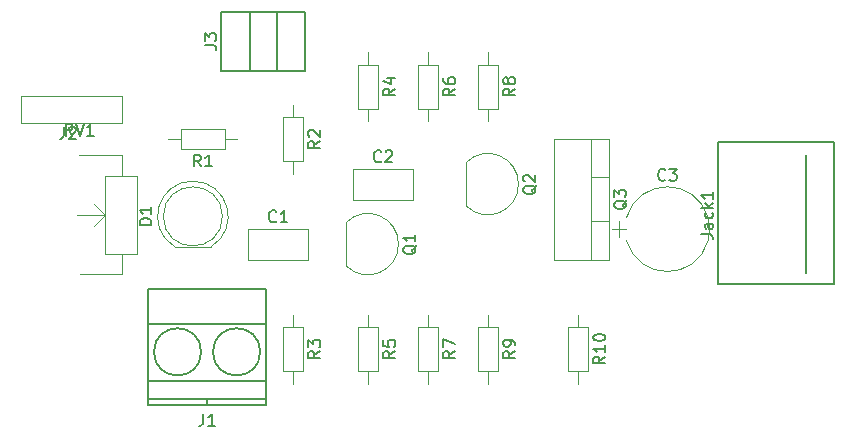
<source format=gbr>
G04 #@! TF.FileFunction,Legend,Top*
%FSLAX46Y46*%
G04 Gerber Fmt 4.6, Leading zero omitted, Abs format (unit mm)*
G04 Created by KiCad (PCBNEW 4.0.6) date 06/16/17 19:06:26*
%MOMM*%
%LPD*%
G01*
G04 APERTURE LIST*
%ADD10C,0.100000*%
%ADD11C,0.120000*%
%ADD12C,0.150000*%
G04 APERTURE END LIST*
D10*
D11*
X121250000Y-104200000D02*
X118900000Y-104200000D01*
X122700000Y-109250000D02*
X119150000Y-109250000D01*
X122700000Y-107500000D02*
X122700000Y-109250000D01*
X122700000Y-100900000D02*
X122700000Y-99150000D01*
X122700000Y-99150000D02*
X119100000Y-99150000D01*
X121300000Y-104200000D02*
X120300000Y-105150000D01*
X121300000Y-104250000D02*
X120350000Y-103250000D01*
X121300000Y-100900000D02*
X124000000Y-100900000D01*
X124000000Y-100900000D02*
X124000000Y-107500000D01*
X124000000Y-107500000D02*
X121300000Y-107500000D01*
X121300000Y-107500000D02*
X121300000Y-100900000D01*
D12*
X129900000Y-119800000D02*
X129900000Y-120300000D01*
X134400000Y-115800000D02*
G75*
G03X134400000Y-115800000I-2000000J0D01*
G01*
X129400000Y-115800000D02*
G75*
G03X129400000Y-115800000I-2000000J0D01*
G01*
X124900000Y-118300000D02*
X134900000Y-118300000D01*
X124900000Y-113400000D02*
X134900000Y-113400000D01*
X124900000Y-119800000D02*
X134900000Y-119800000D01*
X124900000Y-120300000D02*
X134900000Y-120300000D01*
X134900000Y-120300000D02*
X134900000Y-110500000D01*
X134900000Y-110500000D02*
X124900000Y-110500000D01*
X124900000Y-110500000D02*
X124900000Y-120300000D01*
D11*
X133350000Y-105370000D02*
X138470000Y-105370000D01*
X133350000Y-107990000D02*
X138470000Y-107990000D01*
X133350000Y-105370000D02*
X133350000Y-107990000D01*
X138470000Y-105370000D02*
X138470000Y-107990000D01*
X142240000Y-100290000D02*
X147360000Y-100290000D01*
X142240000Y-102910000D02*
X147360000Y-102910000D01*
X142240000Y-100290000D02*
X142240000Y-102910000D01*
X147360000Y-100290000D02*
X147360000Y-102910000D01*
X164170000Y-105410000D02*
X165370000Y-105410000D01*
X164770000Y-104760000D02*
X164770000Y-106060000D01*
X172323366Y-104429000D02*
G75*
G03X165416350Y-104430000I-3453366J-981000D01*
G01*
X172323366Y-106391000D02*
G75*
G02X165416350Y-106390000I-3453366J981000D01*
G01*
X172323366Y-106391000D02*
G75*
G03X172323650Y-104430000I-3453366J981000D01*
G01*
X128700462Y-101340000D02*
G75*
G03X127155170Y-106890000I-462J-2990000D01*
G01*
X128699538Y-101340000D02*
G75*
G02X130244830Y-106890000I462J-2990000D01*
G01*
X131200000Y-104330000D02*
G75*
G03X131200000Y-104330000I-2500000J0D01*
G01*
X127155000Y-106890000D02*
X130245000Y-106890000D01*
D10*
X122685000Y-94110000D02*
X122685000Y-96390000D01*
X114145000Y-94110000D02*
X122685000Y-94110000D01*
X114145000Y-96400000D02*
X114145000Y-94110000D01*
X122685000Y-96410000D02*
X114145000Y-96420000D01*
D12*
X138220000Y-86985000D02*
X138220000Y-92045000D01*
X135810000Y-92005000D02*
X135810000Y-86985000D01*
X133530000Y-86995000D02*
X133530000Y-92045000D01*
X131050000Y-92045000D02*
X131050000Y-88235000D01*
X138220000Y-92045000D02*
X131050000Y-92045000D01*
X131050000Y-86985000D02*
X138220000Y-86985000D01*
X131050000Y-86985000D02*
X131050000Y-90795000D01*
X180600000Y-99100000D02*
X180600000Y-109100000D01*
X173130000Y-98030000D02*
X173130000Y-110070000D01*
X173220000Y-110070000D02*
X183020000Y-110070000D01*
X182990000Y-110070000D02*
X182990000Y-98030000D01*
X183000000Y-98030000D02*
X173200000Y-98030000D01*
D11*
X141660000Y-104880000D02*
X141660000Y-108480000D01*
X141671522Y-104841522D02*
G75*
G02X146110000Y-106680000I1838478J-1838478D01*
G01*
X141671522Y-108518478D02*
G75*
G03X146110000Y-106680000I1838478J1838478D01*
G01*
X151820000Y-99800000D02*
X151820000Y-103400000D01*
X151831522Y-99761522D02*
G75*
G02X156270000Y-101600000I1838478J-1838478D01*
G01*
X151831522Y-103438478D02*
G75*
G03X156270000Y-101600000I1838478J1838478D01*
G01*
X163910000Y-97750000D02*
X163910000Y-107990000D01*
X159269000Y-97750000D02*
X159269000Y-107990000D01*
X163910000Y-97750000D02*
X159269000Y-97750000D01*
X163910000Y-107990000D02*
X159269000Y-107990000D01*
X162400000Y-97750000D02*
X162400000Y-107990000D01*
X163910000Y-101020000D02*
X162400000Y-101020000D01*
X163910000Y-104721000D02*
X162400000Y-104721000D01*
X131400000Y-98650000D02*
X131400000Y-96930000D01*
X131400000Y-96930000D02*
X127680000Y-96930000D01*
X127680000Y-96930000D02*
X127680000Y-98650000D01*
X127680000Y-98650000D02*
X131400000Y-98650000D01*
X132470000Y-97790000D02*
X131400000Y-97790000D01*
X126610000Y-97790000D02*
X127680000Y-97790000D01*
X138020000Y-95930000D02*
X136300000Y-95930000D01*
X136300000Y-95930000D02*
X136300000Y-99650000D01*
X136300000Y-99650000D02*
X138020000Y-99650000D01*
X138020000Y-99650000D02*
X138020000Y-95930000D01*
X137160000Y-94860000D02*
X137160000Y-95930000D01*
X137160000Y-100720000D02*
X137160000Y-99650000D01*
X138020000Y-113710000D02*
X136300000Y-113710000D01*
X136300000Y-113710000D02*
X136300000Y-117430000D01*
X136300000Y-117430000D02*
X138020000Y-117430000D01*
X138020000Y-117430000D02*
X138020000Y-113710000D01*
X137160000Y-112640000D02*
X137160000Y-113710000D01*
X137160000Y-118500000D02*
X137160000Y-117430000D01*
X144370000Y-91485000D02*
X142650000Y-91485000D01*
X142650000Y-91485000D02*
X142650000Y-95205000D01*
X142650000Y-95205000D02*
X144370000Y-95205000D01*
X144370000Y-95205000D02*
X144370000Y-91485000D01*
X143510000Y-90415000D02*
X143510000Y-91485000D01*
X143510000Y-96275000D02*
X143510000Y-95205000D01*
X144370000Y-113710000D02*
X142650000Y-113710000D01*
X142650000Y-113710000D02*
X142650000Y-117430000D01*
X142650000Y-117430000D02*
X144370000Y-117430000D01*
X144370000Y-117430000D02*
X144370000Y-113710000D01*
X143510000Y-112640000D02*
X143510000Y-113710000D01*
X143510000Y-118500000D02*
X143510000Y-117430000D01*
X149450000Y-91485000D02*
X147730000Y-91485000D01*
X147730000Y-91485000D02*
X147730000Y-95205000D01*
X147730000Y-95205000D02*
X149450000Y-95205000D01*
X149450000Y-95205000D02*
X149450000Y-91485000D01*
X148590000Y-90415000D02*
X148590000Y-91485000D01*
X148590000Y-96275000D02*
X148590000Y-95205000D01*
X149450000Y-113710000D02*
X147730000Y-113710000D01*
X147730000Y-113710000D02*
X147730000Y-117430000D01*
X147730000Y-117430000D02*
X149450000Y-117430000D01*
X149450000Y-117430000D02*
X149450000Y-113710000D01*
X148590000Y-112640000D02*
X148590000Y-113710000D01*
X148590000Y-118500000D02*
X148590000Y-117430000D01*
X154530000Y-91485000D02*
X152810000Y-91485000D01*
X152810000Y-91485000D02*
X152810000Y-95205000D01*
X152810000Y-95205000D02*
X154530000Y-95205000D01*
X154530000Y-95205000D02*
X154530000Y-91485000D01*
X153670000Y-90415000D02*
X153670000Y-91485000D01*
X153670000Y-96275000D02*
X153670000Y-95205000D01*
X154530000Y-113710000D02*
X152810000Y-113710000D01*
X152810000Y-113710000D02*
X152810000Y-117430000D01*
X152810000Y-117430000D02*
X154530000Y-117430000D01*
X154530000Y-117430000D02*
X154530000Y-113710000D01*
X153670000Y-112640000D02*
X153670000Y-113710000D01*
X153670000Y-118500000D02*
X153670000Y-117430000D01*
X162150000Y-113710000D02*
X160430000Y-113710000D01*
X160430000Y-113710000D02*
X160430000Y-117430000D01*
X160430000Y-117430000D02*
X162150000Y-117430000D01*
X162150000Y-117430000D02*
X162150000Y-113710000D01*
X161290000Y-112640000D02*
X161290000Y-113710000D01*
X161290000Y-118500000D02*
X161290000Y-117430000D01*
D12*
X118504762Y-97502381D02*
X118171428Y-97026190D01*
X117933333Y-97502381D02*
X117933333Y-96502381D01*
X118314286Y-96502381D01*
X118409524Y-96550000D01*
X118457143Y-96597619D01*
X118504762Y-96692857D01*
X118504762Y-96835714D01*
X118457143Y-96930952D01*
X118409524Y-96978571D01*
X118314286Y-97026190D01*
X117933333Y-97026190D01*
X118790476Y-96502381D02*
X119123809Y-97502381D01*
X119457143Y-96502381D01*
X120314286Y-97502381D02*
X119742857Y-97502381D01*
X120028571Y-97502381D02*
X120028571Y-96502381D01*
X119933333Y-96645238D01*
X119838095Y-96740476D01*
X119742857Y-96788095D01*
X129566667Y-121052381D02*
X129566667Y-121766667D01*
X129519047Y-121909524D01*
X129423809Y-122004762D01*
X129280952Y-122052381D01*
X129185714Y-122052381D01*
X130566667Y-122052381D02*
X129995238Y-122052381D01*
X130280952Y-122052381D02*
X130280952Y-121052381D01*
X130185714Y-121195238D01*
X130090476Y-121290476D01*
X129995238Y-121338095D01*
X135743334Y-104727143D02*
X135695715Y-104774762D01*
X135552858Y-104822381D01*
X135457620Y-104822381D01*
X135314762Y-104774762D01*
X135219524Y-104679524D01*
X135171905Y-104584286D01*
X135124286Y-104393810D01*
X135124286Y-104250952D01*
X135171905Y-104060476D01*
X135219524Y-103965238D01*
X135314762Y-103870000D01*
X135457620Y-103822381D01*
X135552858Y-103822381D01*
X135695715Y-103870000D01*
X135743334Y-103917619D01*
X136695715Y-104822381D02*
X136124286Y-104822381D01*
X136410000Y-104822381D02*
X136410000Y-103822381D01*
X136314762Y-103965238D01*
X136219524Y-104060476D01*
X136124286Y-104108095D01*
X144633334Y-99647143D02*
X144585715Y-99694762D01*
X144442858Y-99742381D01*
X144347620Y-99742381D01*
X144204762Y-99694762D01*
X144109524Y-99599524D01*
X144061905Y-99504286D01*
X144014286Y-99313810D01*
X144014286Y-99170952D01*
X144061905Y-98980476D01*
X144109524Y-98885238D01*
X144204762Y-98790000D01*
X144347620Y-98742381D01*
X144442858Y-98742381D01*
X144585715Y-98790000D01*
X144633334Y-98837619D01*
X145014286Y-98837619D02*
X145061905Y-98790000D01*
X145157143Y-98742381D01*
X145395239Y-98742381D01*
X145490477Y-98790000D01*
X145538096Y-98837619D01*
X145585715Y-98932857D01*
X145585715Y-99028095D01*
X145538096Y-99170952D01*
X144966667Y-99742381D01*
X145585715Y-99742381D01*
X168703334Y-101207143D02*
X168655715Y-101254762D01*
X168512858Y-101302381D01*
X168417620Y-101302381D01*
X168274762Y-101254762D01*
X168179524Y-101159524D01*
X168131905Y-101064286D01*
X168084286Y-100873810D01*
X168084286Y-100730952D01*
X168131905Y-100540476D01*
X168179524Y-100445238D01*
X168274762Y-100350000D01*
X168417620Y-100302381D01*
X168512858Y-100302381D01*
X168655715Y-100350000D01*
X168703334Y-100397619D01*
X169036667Y-100302381D02*
X169655715Y-100302381D01*
X169322381Y-100683333D01*
X169465239Y-100683333D01*
X169560477Y-100730952D01*
X169608096Y-100778571D01*
X169655715Y-100873810D01*
X169655715Y-101111905D01*
X169608096Y-101207143D01*
X169560477Y-101254762D01*
X169465239Y-101302381D01*
X169179524Y-101302381D01*
X169084286Y-101254762D01*
X169036667Y-101207143D01*
X125192381Y-105068095D02*
X124192381Y-105068095D01*
X124192381Y-104830000D01*
X124240000Y-104687142D01*
X124335238Y-104591904D01*
X124430476Y-104544285D01*
X124620952Y-104496666D01*
X124763810Y-104496666D01*
X124954286Y-104544285D01*
X125049524Y-104591904D01*
X125144762Y-104687142D01*
X125192381Y-104830000D01*
X125192381Y-105068095D01*
X125192381Y-103544285D02*
X125192381Y-104115714D01*
X125192381Y-103830000D02*
X124192381Y-103830000D01*
X124335238Y-103925238D01*
X124430476Y-104020476D01*
X124478095Y-104115714D01*
X117791667Y-96752381D02*
X117791667Y-97466667D01*
X117744047Y-97609524D01*
X117648809Y-97704762D01*
X117505952Y-97752381D01*
X117410714Y-97752381D01*
X118220238Y-96847619D02*
X118267857Y-96800000D01*
X118363095Y-96752381D01*
X118601191Y-96752381D01*
X118696429Y-96800000D01*
X118744048Y-96847619D01*
X118791667Y-96942857D01*
X118791667Y-97038095D01*
X118744048Y-97180952D01*
X118172619Y-97752381D01*
X118791667Y-97752381D01*
X129692381Y-89828333D02*
X130406667Y-89828333D01*
X130549524Y-89875953D01*
X130644762Y-89971191D01*
X130692381Y-90114048D01*
X130692381Y-90209286D01*
X129692381Y-89447381D02*
X129692381Y-88828333D01*
X130073333Y-89161667D01*
X130073333Y-89018809D01*
X130120952Y-88923571D01*
X130168571Y-88875952D01*
X130263810Y-88828333D01*
X130501905Y-88828333D01*
X130597143Y-88875952D01*
X130644762Y-88923571D01*
X130692381Y-89018809D01*
X130692381Y-89304524D01*
X130644762Y-89399762D01*
X130597143Y-89447381D01*
X171732381Y-105839047D02*
X172446667Y-105839047D01*
X172589524Y-105886667D01*
X172684762Y-105981905D01*
X172732381Y-106124762D01*
X172732381Y-106220000D01*
X172732381Y-104934285D02*
X172208571Y-104934285D01*
X172113333Y-104981904D01*
X172065714Y-105077142D01*
X172065714Y-105267619D01*
X172113333Y-105362857D01*
X172684762Y-104934285D02*
X172732381Y-105029523D01*
X172732381Y-105267619D01*
X172684762Y-105362857D01*
X172589524Y-105410476D01*
X172494286Y-105410476D01*
X172399048Y-105362857D01*
X172351429Y-105267619D01*
X172351429Y-105029523D01*
X172303810Y-104934285D01*
X172684762Y-104029523D02*
X172732381Y-104124761D01*
X172732381Y-104315238D01*
X172684762Y-104410476D01*
X172637143Y-104458095D01*
X172541905Y-104505714D01*
X172256190Y-104505714D01*
X172160952Y-104458095D01*
X172113333Y-104410476D01*
X172065714Y-104315238D01*
X172065714Y-104124761D01*
X172113333Y-104029523D01*
X172732381Y-103600952D02*
X171732381Y-103600952D01*
X172351429Y-103505714D02*
X172732381Y-103219999D01*
X172065714Y-103219999D02*
X172446667Y-103600952D01*
X172732381Y-102267618D02*
X172732381Y-102839047D01*
X172732381Y-102553333D02*
X171732381Y-102553333D01*
X171875238Y-102648571D01*
X171970476Y-102743809D01*
X172018095Y-102839047D01*
X147617619Y-106775238D02*
X147570000Y-106870476D01*
X147474762Y-106965714D01*
X147331905Y-107108571D01*
X147284286Y-107203810D01*
X147284286Y-107299048D01*
X147522381Y-107251429D02*
X147474762Y-107346667D01*
X147379524Y-107441905D01*
X147189048Y-107489524D01*
X146855714Y-107489524D01*
X146665238Y-107441905D01*
X146570000Y-107346667D01*
X146522381Y-107251429D01*
X146522381Y-107060952D01*
X146570000Y-106965714D01*
X146665238Y-106870476D01*
X146855714Y-106822857D01*
X147189048Y-106822857D01*
X147379524Y-106870476D01*
X147474762Y-106965714D01*
X147522381Y-107060952D01*
X147522381Y-107251429D01*
X147522381Y-105870476D02*
X147522381Y-106441905D01*
X147522381Y-106156191D02*
X146522381Y-106156191D01*
X146665238Y-106251429D01*
X146760476Y-106346667D01*
X146808095Y-106441905D01*
X157777619Y-101695238D02*
X157730000Y-101790476D01*
X157634762Y-101885714D01*
X157491905Y-102028571D01*
X157444286Y-102123810D01*
X157444286Y-102219048D01*
X157682381Y-102171429D02*
X157634762Y-102266667D01*
X157539524Y-102361905D01*
X157349048Y-102409524D01*
X157015714Y-102409524D01*
X156825238Y-102361905D01*
X156730000Y-102266667D01*
X156682381Y-102171429D01*
X156682381Y-101980952D01*
X156730000Y-101885714D01*
X156825238Y-101790476D01*
X157015714Y-101742857D01*
X157349048Y-101742857D01*
X157539524Y-101790476D01*
X157634762Y-101885714D01*
X157682381Y-101980952D01*
X157682381Y-102171429D01*
X156777619Y-101361905D02*
X156730000Y-101314286D01*
X156682381Y-101219048D01*
X156682381Y-100980952D01*
X156730000Y-100885714D01*
X156777619Y-100838095D01*
X156872857Y-100790476D01*
X156968095Y-100790476D01*
X157110952Y-100838095D01*
X157682381Y-101409524D01*
X157682381Y-100790476D01*
X165457619Y-102965238D02*
X165410000Y-103060476D01*
X165314762Y-103155714D01*
X165171905Y-103298571D01*
X165124286Y-103393810D01*
X165124286Y-103489048D01*
X165362381Y-103441429D02*
X165314762Y-103536667D01*
X165219524Y-103631905D01*
X165029048Y-103679524D01*
X164695714Y-103679524D01*
X164505238Y-103631905D01*
X164410000Y-103536667D01*
X164362381Y-103441429D01*
X164362381Y-103250952D01*
X164410000Y-103155714D01*
X164505238Y-103060476D01*
X164695714Y-103012857D01*
X165029048Y-103012857D01*
X165219524Y-103060476D01*
X165314762Y-103155714D01*
X165362381Y-103250952D01*
X165362381Y-103441429D01*
X164362381Y-102679524D02*
X164362381Y-102060476D01*
X164743333Y-102393810D01*
X164743333Y-102250952D01*
X164790952Y-102155714D01*
X164838571Y-102108095D01*
X164933810Y-102060476D01*
X165171905Y-102060476D01*
X165267143Y-102108095D01*
X165314762Y-102155714D01*
X165362381Y-102250952D01*
X165362381Y-102536667D01*
X165314762Y-102631905D01*
X165267143Y-102679524D01*
X129373334Y-100102381D02*
X129040000Y-99626190D01*
X128801905Y-100102381D02*
X128801905Y-99102381D01*
X129182858Y-99102381D01*
X129278096Y-99150000D01*
X129325715Y-99197619D01*
X129373334Y-99292857D01*
X129373334Y-99435714D01*
X129325715Y-99530952D01*
X129278096Y-99578571D01*
X129182858Y-99626190D01*
X128801905Y-99626190D01*
X130325715Y-100102381D02*
X129754286Y-100102381D01*
X130040000Y-100102381D02*
X130040000Y-99102381D01*
X129944762Y-99245238D01*
X129849524Y-99340476D01*
X129754286Y-99388095D01*
X139472381Y-97956666D02*
X138996190Y-98290000D01*
X139472381Y-98528095D02*
X138472381Y-98528095D01*
X138472381Y-98147142D01*
X138520000Y-98051904D01*
X138567619Y-98004285D01*
X138662857Y-97956666D01*
X138805714Y-97956666D01*
X138900952Y-98004285D01*
X138948571Y-98051904D01*
X138996190Y-98147142D01*
X138996190Y-98528095D01*
X138567619Y-97575714D02*
X138520000Y-97528095D01*
X138472381Y-97432857D01*
X138472381Y-97194761D01*
X138520000Y-97099523D01*
X138567619Y-97051904D01*
X138662857Y-97004285D01*
X138758095Y-97004285D01*
X138900952Y-97051904D01*
X139472381Y-97623333D01*
X139472381Y-97004285D01*
X139472381Y-115736666D02*
X138996190Y-116070000D01*
X139472381Y-116308095D02*
X138472381Y-116308095D01*
X138472381Y-115927142D01*
X138520000Y-115831904D01*
X138567619Y-115784285D01*
X138662857Y-115736666D01*
X138805714Y-115736666D01*
X138900952Y-115784285D01*
X138948571Y-115831904D01*
X138996190Y-115927142D01*
X138996190Y-116308095D01*
X138472381Y-115403333D02*
X138472381Y-114784285D01*
X138853333Y-115117619D01*
X138853333Y-114974761D01*
X138900952Y-114879523D01*
X138948571Y-114831904D01*
X139043810Y-114784285D01*
X139281905Y-114784285D01*
X139377143Y-114831904D01*
X139424762Y-114879523D01*
X139472381Y-114974761D01*
X139472381Y-115260476D01*
X139424762Y-115355714D01*
X139377143Y-115403333D01*
X145822381Y-93511666D02*
X145346190Y-93845000D01*
X145822381Y-94083095D02*
X144822381Y-94083095D01*
X144822381Y-93702142D01*
X144870000Y-93606904D01*
X144917619Y-93559285D01*
X145012857Y-93511666D01*
X145155714Y-93511666D01*
X145250952Y-93559285D01*
X145298571Y-93606904D01*
X145346190Y-93702142D01*
X145346190Y-94083095D01*
X145155714Y-92654523D02*
X145822381Y-92654523D01*
X144774762Y-92892619D02*
X145489048Y-93130714D01*
X145489048Y-92511666D01*
X145822381Y-115736666D02*
X145346190Y-116070000D01*
X145822381Y-116308095D02*
X144822381Y-116308095D01*
X144822381Y-115927142D01*
X144870000Y-115831904D01*
X144917619Y-115784285D01*
X145012857Y-115736666D01*
X145155714Y-115736666D01*
X145250952Y-115784285D01*
X145298571Y-115831904D01*
X145346190Y-115927142D01*
X145346190Y-116308095D01*
X144822381Y-114831904D02*
X144822381Y-115308095D01*
X145298571Y-115355714D01*
X145250952Y-115308095D01*
X145203333Y-115212857D01*
X145203333Y-114974761D01*
X145250952Y-114879523D01*
X145298571Y-114831904D01*
X145393810Y-114784285D01*
X145631905Y-114784285D01*
X145727143Y-114831904D01*
X145774762Y-114879523D01*
X145822381Y-114974761D01*
X145822381Y-115212857D01*
X145774762Y-115308095D01*
X145727143Y-115355714D01*
X150902381Y-93511666D02*
X150426190Y-93845000D01*
X150902381Y-94083095D02*
X149902381Y-94083095D01*
X149902381Y-93702142D01*
X149950000Y-93606904D01*
X149997619Y-93559285D01*
X150092857Y-93511666D01*
X150235714Y-93511666D01*
X150330952Y-93559285D01*
X150378571Y-93606904D01*
X150426190Y-93702142D01*
X150426190Y-94083095D01*
X149902381Y-92654523D02*
X149902381Y-92845000D01*
X149950000Y-92940238D01*
X149997619Y-92987857D01*
X150140476Y-93083095D01*
X150330952Y-93130714D01*
X150711905Y-93130714D01*
X150807143Y-93083095D01*
X150854762Y-93035476D01*
X150902381Y-92940238D01*
X150902381Y-92749761D01*
X150854762Y-92654523D01*
X150807143Y-92606904D01*
X150711905Y-92559285D01*
X150473810Y-92559285D01*
X150378571Y-92606904D01*
X150330952Y-92654523D01*
X150283333Y-92749761D01*
X150283333Y-92940238D01*
X150330952Y-93035476D01*
X150378571Y-93083095D01*
X150473810Y-93130714D01*
X150902381Y-115736666D02*
X150426190Y-116070000D01*
X150902381Y-116308095D02*
X149902381Y-116308095D01*
X149902381Y-115927142D01*
X149950000Y-115831904D01*
X149997619Y-115784285D01*
X150092857Y-115736666D01*
X150235714Y-115736666D01*
X150330952Y-115784285D01*
X150378571Y-115831904D01*
X150426190Y-115927142D01*
X150426190Y-116308095D01*
X149902381Y-115403333D02*
X149902381Y-114736666D01*
X150902381Y-115165238D01*
X155982381Y-93511666D02*
X155506190Y-93845000D01*
X155982381Y-94083095D02*
X154982381Y-94083095D01*
X154982381Y-93702142D01*
X155030000Y-93606904D01*
X155077619Y-93559285D01*
X155172857Y-93511666D01*
X155315714Y-93511666D01*
X155410952Y-93559285D01*
X155458571Y-93606904D01*
X155506190Y-93702142D01*
X155506190Y-94083095D01*
X155410952Y-92940238D02*
X155363333Y-93035476D01*
X155315714Y-93083095D01*
X155220476Y-93130714D01*
X155172857Y-93130714D01*
X155077619Y-93083095D01*
X155030000Y-93035476D01*
X154982381Y-92940238D01*
X154982381Y-92749761D01*
X155030000Y-92654523D01*
X155077619Y-92606904D01*
X155172857Y-92559285D01*
X155220476Y-92559285D01*
X155315714Y-92606904D01*
X155363333Y-92654523D01*
X155410952Y-92749761D01*
X155410952Y-92940238D01*
X155458571Y-93035476D01*
X155506190Y-93083095D01*
X155601429Y-93130714D01*
X155791905Y-93130714D01*
X155887143Y-93083095D01*
X155934762Y-93035476D01*
X155982381Y-92940238D01*
X155982381Y-92749761D01*
X155934762Y-92654523D01*
X155887143Y-92606904D01*
X155791905Y-92559285D01*
X155601429Y-92559285D01*
X155506190Y-92606904D01*
X155458571Y-92654523D01*
X155410952Y-92749761D01*
X155982381Y-115736666D02*
X155506190Y-116070000D01*
X155982381Y-116308095D02*
X154982381Y-116308095D01*
X154982381Y-115927142D01*
X155030000Y-115831904D01*
X155077619Y-115784285D01*
X155172857Y-115736666D01*
X155315714Y-115736666D01*
X155410952Y-115784285D01*
X155458571Y-115831904D01*
X155506190Y-115927142D01*
X155506190Y-116308095D01*
X155982381Y-115260476D02*
X155982381Y-115070000D01*
X155934762Y-114974761D01*
X155887143Y-114927142D01*
X155744286Y-114831904D01*
X155553810Y-114784285D01*
X155172857Y-114784285D01*
X155077619Y-114831904D01*
X155030000Y-114879523D01*
X154982381Y-114974761D01*
X154982381Y-115165238D01*
X155030000Y-115260476D01*
X155077619Y-115308095D01*
X155172857Y-115355714D01*
X155410952Y-115355714D01*
X155506190Y-115308095D01*
X155553810Y-115260476D01*
X155601429Y-115165238D01*
X155601429Y-114974761D01*
X155553810Y-114879523D01*
X155506190Y-114831904D01*
X155410952Y-114784285D01*
X163602381Y-116212857D02*
X163126190Y-116546191D01*
X163602381Y-116784286D02*
X162602381Y-116784286D01*
X162602381Y-116403333D01*
X162650000Y-116308095D01*
X162697619Y-116260476D01*
X162792857Y-116212857D01*
X162935714Y-116212857D01*
X163030952Y-116260476D01*
X163078571Y-116308095D01*
X163126190Y-116403333D01*
X163126190Y-116784286D01*
X163602381Y-115260476D02*
X163602381Y-115831905D01*
X163602381Y-115546191D02*
X162602381Y-115546191D01*
X162745238Y-115641429D01*
X162840476Y-115736667D01*
X162888095Y-115831905D01*
X162602381Y-114641429D02*
X162602381Y-114546190D01*
X162650000Y-114450952D01*
X162697619Y-114403333D01*
X162792857Y-114355714D01*
X162983333Y-114308095D01*
X163221429Y-114308095D01*
X163411905Y-114355714D01*
X163507143Y-114403333D01*
X163554762Y-114450952D01*
X163602381Y-114546190D01*
X163602381Y-114641429D01*
X163554762Y-114736667D01*
X163507143Y-114784286D01*
X163411905Y-114831905D01*
X163221429Y-114879524D01*
X162983333Y-114879524D01*
X162792857Y-114831905D01*
X162697619Y-114784286D01*
X162650000Y-114736667D01*
X162602381Y-114641429D01*
M02*

</source>
